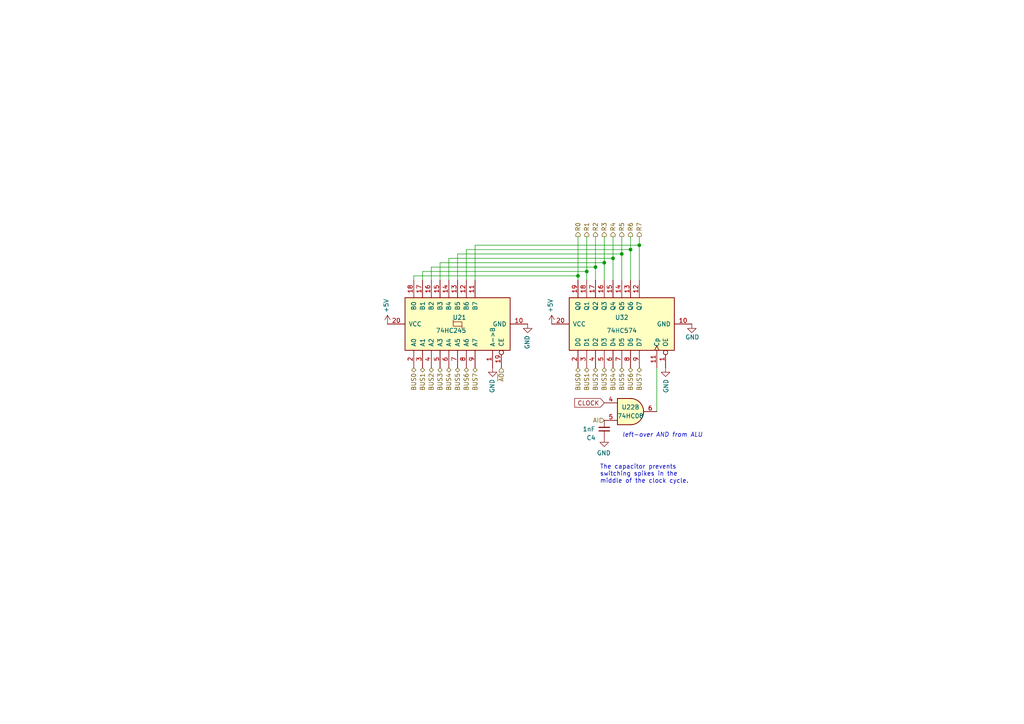
<source format=kicad_sch>
(kicad_sch (version 20211123) (generator eeschema)

  (uuid f8529c76-1044-4634-9957-c14ed2657ad1)

  (paper "A4")

  (title_block
    (title "A Register")
    (date "2022-07-08")
    (rev "1.6.1")
    (comment 2 "creativecommons.org/licenses/by-nc-sa/3.0/deed.en")
    (comment 3 "License: CC BY-NC-SA 3.0")
    (comment 4 "Author: Carsten Herting (slu4)")
  )

  (lib_symbols
    (symbol "74xx:74HC245" (pin_names (offset 1.016)) (in_bom yes) (on_board yes)
      (property "Reference" "U" (id 0) (at -7.62 16.51 0)
        (effects (font (size 1.27 1.27)))
      )
      (property "Value" "74HC245" (id 1) (at -7.62 -16.51 0)
        (effects (font (size 1.27 1.27)))
      )
      (property "Footprint" "" (id 2) (at 0 0 0)
        (effects (font (size 1.27 1.27)) hide)
      )
      (property "Datasheet" "http://www.ti.com/lit/gpn/sn74HC245" (id 3) (at 0 0 0)
        (effects (font (size 1.27 1.27)) hide)
      )
      (property "ki_locked" "" (id 4) (at 0 0 0)
        (effects (font (size 1.27 1.27)))
      )
      (property "ki_keywords" "HCMOS BUS 3State" (id 5) (at 0 0 0)
        (effects (font (size 1.27 1.27)) hide)
      )
      (property "ki_description" "Octal BUS Transceivers, 3-State outputs" (id 6) (at 0 0 0)
        (effects (font (size 1.27 1.27)) hide)
      )
      (property "ki_fp_filters" "DIP?20*" (id 7) (at 0 0 0)
        (effects (font (size 1.27 1.27)) hide)
      )
      (symbol "74HC245_1_0"
        (polyline
          (pts
            (xy -0.635 -1.27)
            (xy -0.635 1.27)
            (xy 0.635 1.27)
          )
          (stroke (width 0) (type default) (color 0 0 0 0))
          (fill (type none))
        )
        (polyline
          (pts
            (xy -1.27 -1.27)
            (xy 0.635 -1.27)
            (xy 0.635 1.27)
            (xy 1.27 1.27)
          )
          (stroke (width 0) (type default) (color 0 0 0 0))
          (fill (type none))
        )
        (pin input line (at -12.7 -10.16 0) (length 5.08)
          (name "A->B" (effects (font (size 1.27 1.27))))
          (number "1" (effects (font (size 1.27 1.27))))
        )
        (pin power_in line (at 0 -20.32 90) (length 5.08)
          (name "GND" (effects (font (size 1.27 1.27))))
          (number "10" (effects (font (size 1.27 1.27))))
        )
        (pin tri_state line (at 12.7 -5.08 180) (length 5.08)
          (name "B7" (effects (font (size 1.27 1.27))))
          (number "11" (effects (font (size 1.27 1.27))))
        )
        (pin tri_state line (at 12.7 -2.54 180) (length 5.08)
          (name "B6" (effects (font (size 1.27 1.27))))
          (number "12" (effects (font (size 1.27 1.27))))
        )
        (pin tri_state line (at 12.7 0 180) (length 5.08)
          (name "B5" (effects (font (size 1.27 1.27))))
          (number "13" (effects (font (size 1.27 1.27))))
        )
        (pin tri_state line (at 12.7 2.54 180) (length 5.08)
          (name "B4" (effects (font (size 1.27 1.27))))
          (number "14" (effects (font (size 1.27 1.27))))
        )
        (pin tri_state line (at 12.7 5.08 180) (length 5.08)
          (name "B3" (effects (font (size 1.27 1.27))))
          (number "15" (effects (font (size 1.27 1.27))))
        )
        (pin tri_state line (at 12.7 7.62 180) (length 5.08)
          (name "B2" (effects (font (size 1.27 1.27))))
          (number "16" (effects (font (size 1.27 1.27))))
        )
        (pin tri_state line (at 12.7 10.16 180) (length 5.08)
          (name "B1" (effects (font (size 1.27 1.27))))
          (number "17" (effects (font (size 1.27 1.27))))
        )
        (pin tri_state line (at 12.7 12.7 180) (length 5.08)
          (name "B0" (effects (font (size 1.27 1.27))))
          (number "18" (effects (font (size 1.27 1.27))))
        )
        (pin input inverted (at -12.7 -12.7 0) (length 5.08)
          (name "CE" (effects (font (size 1.27 1.27))))
          (number "19" (effects (font (size 1.27 1.27))))
        )
        (pin tri_state line (at -12.7 12.7 0) (length 5.08)
          (name "A0" (effects (font (size 1.27 1.27))))
          (number "2" (effects (font (size 1.27 1.27))))
        )
        (pin power_in line (at 0 20.32 270) (length 5.08)
          (name "VCC" (effects (font (size 1.27 1.27))))
          (number "20" (effects (font (size 1.27 1.27))))
        )
        (pin tri_state line (at -12.7 10.16 0) (length 5.08)
          (name "A1" (effects (font (size 1.27 1.27))))
          (number "3" (effects (font (size 1.27 1.27))))
        )
        (pin tri_state line (at -12.7 7.62 0) (length 5.08)
          (name "A2" (effects (font (size 1.27 1.27))))
          (number "4" (effects (font (size 1.27 1.27))))
        )
        (pin tri_state line (at -12.7 5.08 0) (length 5.08)
          (name "A3" (effects (font (size 1.27 1.27))))
          (number "5" (effects (font (size 1.27 1.27))))
        )
        (pin tri_state line (at -12.7 2.54 0) (length 5.08)
          (name "A4" (effects (font (size 1.27 1.27))))
          (number "6" (effects (font (size 1.27 1.27))))
        )
        (pin tri_state line (at -12.7 0 0) (length 5.08)
          (name "A5" (effects (font (size 1.27 1.27))))
          (number "7" (effects (font (size 1.27 1.27))))
        )
        (pin tri_state line (at -12.7 -2.54 0) (length 5.08)
          (name "A6" (effects (font (size 1.27 1.27))))
          (number "8" (effects (font (size 1.27 1.27))))
        )
        (pin tri_state line (at -12.7 -5.08 0) (length 5.08)
          (name "A7" (effects (font (size 1.27 1.27))))
          (number "9" (effects (font (size 1.27 1.27))))
        )
      )
      (symbol "74HC245_1_1"
        (rectangle (start -7.62 15.24) (end 7.62 -15.24)
          (stroke (width 0.254) (type default) (color 0 0 0 0))
          (fill (type background))
        )
      )
    )
    (symbol "8-Bit CPU 32k:74HC08" (pin_names (offset 1.016)) (in_bom yes) (on_board yes)
      (property "Reference" "U" (id 0) (at 0 1.27 0)
        (effects (font (size 1.27 1.27)))
      )
      (property "Value" "74HC08" (id 1) (at 0 -1.27 0)
        (effects (font (size 1.27 1.27)))
      )
      (property "Footprint" "" (id 2) (at 0 0 0)
        (effects (font (size 1.27 1.27)) hide)
      )
      (property "Datasheet" "http://www.ti.com/lit/gpn/sn74LS08" (id 3) (at 0 0 0)
        (effects (font (size 1.27 1.27)) hide)
      )
      (property "ki_locked" "" (id 4) (at 0 0 0)
        (effects (font (size 1.27 1.27)))
      )
      (property "ki_keywords" "TTL and2" (id 5) (at 0 0 0)
        (effects (font (size 1.27 1.27)) hide)
      )
      (property "ki_description" "Quad And2" (id 6) (at 0 0 0)
        (effects (font (size 1.27 1.27)) hide)
      )
      (property "ki_fp_filters" "DIP*W7.62mm*" (id 7) (at 0 0 0)
        (effects (font (size 1.27 1.27)) hide)
      )
      (symbol "74HC08_1_1"
        (arc (start 0 -3.81) (mid 3.81 0) (end 0 3.81)
          (stroke (width 0.254) (type default) (color 0 0 0 0))
          (fill (type background))
        )
        (polyline
          (pts
            (xy 0 3.81)
            (xy -3.81 3.81)
            (xy -3.81 -3.81)
            (xy 0 -3.81)
          )
          (stroke (width 0.254) (type default) (color 0 0 0 0))
          (fill (type background))
        )
        (pin input line (at -7.62 2.54 0) (length 3.81)
          (name "~" (effects (font (size 1.27 1.27))))
          (number "1" (effects (font (size 1.27 1.27))))
        )
        (pin input line (at -7.62 -2.54 0) (length 3.81)
          (name "~" (effects (font (size 1.27 1.27))))
          (number "2" (effects (font (size 1.27 1.27))))
        )
        (pin output line (at 7.62 0 180) (length 3.81)
          (name "~" (effects (font (size 1.27 1.27))))
          (number "3" (effects (font (size 1.27 1.27))))
        )
      )
      (symbol "74HC08_1_2"
        (arc (start -3.81 -3.81) (mid -2.589 0) (end -3.81 3.81)
          (stroke (width 0.254) (type default) (color 0 0 0 0))
          (fill (type none))
        )
        (arc (start -0.6096 -3.81) (mid 2.1842 -2.5851) (end 3.81 0)
          (stroke (width 0.254) (type default) (color 0 0 0 0))
          (fill (type background))
        )
        (polyline
          (pts
            (xy -3.81 -3.81)
            (xy -0.635 -3.81)
          )
          (stroke (width 0.254) (type default) (color 0 0 0 0))
          (fill (type background))
        )
        (polyline
          (pts
            (xy -3.81 3.81)
            (xy -0.635 3.81)
          )
          (stroke (width 0.254) (type default) (color 0 0 0 0))
          (fill (type background))
        )
        (polyline
          (pts
            (xy -0.635 3.81)
            (xy -3.81 3.81)
            (xy -3.81 3.81)
            (xy -3.556 3.4036)
            (xy -3.0226 2.2606)
            (xy -2.6924 1.0414)
            (xy -2.6162 -0.254)
            (xy -2.7686 -1.4986)
            (xy -3.175 -2.7178)
            (xy -3.81 -3.81)
            (xy -3.81 -3.81)
            (xy -0.635 -3.81)
          )
          (stroke (width -25.4) (type default) (color 0 0 0 0))
          (fill (type background))
        )
        (arc (start 3.81 0) (mid 2.1915 2.5936) (end -0.6096 3.81)
          (stroke (width 0.254) (type default) (color 0 0 0 0))
          (fill (type background))
        )
        (pin input inverted (at -7.62 2.54 0) (length 4.318)
          (name "~" (effects (font (size 1.27 1.27))))
          (number "1" (effects (font (size 1.27 1.27))))
        )
        (pin input inverted (at -7.62 -2.54 0) (length 4.318)
          (name "~" (effects (font (size 1.27 1.27))))
          (number "2" (effects (font (size 1.27 1.27))))
        )
        (pin output inverted (at 7.62 0 180) (length 3.81)
          (name "~" (effects (font (size 1.27 1.27))))
          (number "3" (effects (font (size 1.27 1.27))))
        )
      )
      (symbol "74HC08_2_1"
        (arc (start 0 -3.81) (mid 3.81 0) (end 0 3.81)
          (stroke (width 0.254) (type default) (color 0 0 0 0))
          (fill (type background))
        )
        (polyline
          (pts
            (xy 0 3.81)
            (xy -3.81 3.81)
            (xy -3.81 -3.81)
            (xy 0 -3.81)
          )
          (stroke (width 0.254) (type default) (color 0 0 0 0))
          (fill (type background))
        )
        (pin input line (at -7.62 2.54 0) (length 3.81)
          (name "~" (effects (font (size 1.27 1.27))))
          (number "4" (effects (font (size 1.27 1.27))))
        )
        (pin input line (at -7.62 -2.54 0) (length 3.81)
          (name "~" (effects (font (size 1.27 1.27))))
          (number "5" (effects (font (size 1.27 1.27))))
        )
        (pin output line (at 7.62 0 180) (length 3.81)
          (name "~" (effects (font (size 1.27 1.27))))
          (number "6" (effects (font (size 1.27 1.27))))
        )
      )
      (symbol "74HC08_2_2"
        (arc (start -3.81 -3.81) (mid -2.589 0) (end -3.81 3.81)
          (stroke (width 0.254) (type default) (color 0 0 0 0))
          (fill (type none))
        )
        (arc (start -0.6096 -3.81) (mid 2.1842 -2.5851) (end 3.81 0)
          (stroke (width 0.254) (type default) (color 0 0 0 0))
          (fill (type background))
        )
        (polyline
          (pts
            (xy -3.81 -3.81)
            (xy -0.635 -3.81)
          )
          (stroke (width 0.254) (type default) (color 0 0 0 0))
          (fill (type background))
        )
        (polyline
          (pts
            (xy -3.81 3.81)
            (xy -0.635 3.81)
          )
          (stroke (width 0.254) (type default) (color 0 0 0 0))
          (fill (type background))
        )
        (polyline
          (pts
            (xy -0.635 3.81)
            (xy -3.81 3.81)
            (xy -3.81 3.81)
            (xy -3.556 3.4036)
            (xy -3.0226 2.2606)
            (xy -2.6924 1.0414)
            (xy -2.6162 -0.254)
            (xy -2.7686 -1.4986)
            (xy -3.175 -2.7178)
            (xy -3.81 -3.81)
            (xy -3.81 -3.81)
            (xy -0.635 -3.81)
          )
          (stroke (width -25.4) (type default) (color 0 0 0 0))
          (fill (type background))
        )
        (arc (start 3.81 0) (mid 2.1915 2.5936) (end -0.6096 3.81)
          (stroke (width 0.254) (type default) (color 0 0 0 0))
          (fill (type background))
        )
        (pin input inverted (at -7.62 2.54 0) (length 4.318)
          (name "~" (effects (font (size 1.27 1.27))))
          (number "4" (effects (font (size 1.27 1.27))))
        )
        (pin input inverted (at -7.62 -2.54 0) (length 4.318)
          (name "~" (effects (font (size 1.27 1.27))))
          (number "5" (effects (font (size 1.27 1.27))))
        )
        (pin output inverted (at 7.62 0 180) (length 3.81)
          (name "~" (effects (font (size 1.27 1.27))))
          (number "6" (effects (font (size 1.27 1.27))))
        )
      )
      (symbol "74HC08_3_1"
        (arc (start 0 -3.81) (mid 3.81 0) (end 0 3.81)
          (stroke (width 0.254) (type default) (color 0 0 0 0))
          (fill (type background))
        )
        (polyline
          (pts
            (xy 0 3.81)
            (xy -3.81 3.81)
            (xy -3.81 -3.81)
            (xy 0 -3.81)
          )
          (stroke (width 0.254) (type default) (color 0 0 0 0))
          (fill (type background))
        )
        (pin input line (at -7.62 -2.54 0) (length 3.81)
          (name "~" (effects (font (size 1.27 1.27))))
          (number "10" (effects (font (size 1.27 1.27))))
        )
        (pin output line (at 7.62 0 180) (length 3.81)
          (name "~" (effects (font (size 1.27 1.27))))
          (number "8" (effects (font (size 1.27 1.27))))
        )
        (pin input line (at -7.62 2.54 0) (length 3.81)
          (name "~" (effects (font (size 1.27 1.27))))
          (number "9" (effects (font (size 1.27 1.27))))
        )
      )
      (symbol "74HC08_3_2"
        (arc (start -3.81 -3.81) (mid -2.589 0) (end -3.81 3.81)
          (stroke (width 0.254) (type default) (color 0 0 0 0))
          (fill (type none))
        )
        (arc (start -0.6096 -3.81) (mid 2.1842 -2.5851) (end 3.81 0)
          (stroke (width 0.254) (type default) (color 0 0 0 0))
          (fill (type background))
        )
        (polyline
          (pts
            (xy -3.81 -3.81)
            (xy -0.635 -3.81)
          )
          (stroke (width 0.254) (type default) (color 0 0 0 0))
          (fill (type background))
        )
        (polyline
          (pts
            (xy -3.81 3.81)
            (xy -0.635 3.81)
          )
          (stroke (width 0.254) (type default) (color 0 0 0 0))
          (fill (type background))
        )
        (polyline
          (pts
            (xy -0.635 3.81)
            (xy -3.81 3.81)
            (xy -3.81 3.81)
            (xy -3.556 3.4036)
            (xy -3.0226 2.2606)
            (xy -2.6924 1.0414)
            (xy -2.6162 -0.254)
            (xy -2.7686 -1.4986)
            (xy -3.175 -2.7178)
            (xy -3.81 -3.81)
            (xy -3.81 -3.81)
            (xy -0.635 -3.81)
          )
          (stroke (width -25.4) (type default) (color 0 0 0 0))
          (fill (type background))
        )
        (arc (start 3.81 0) (mid 2.1915 2.5936) (end -0.6096 3.81)
          (stroke (width 0.254) (type default) (color 0 0 0 0))
          (fill (type background))
        )
        (pin input inverted (at -7.62 -2.54 0) (length 4.318)
          (name "~" (effects (font (size 1.27 1.27))))
          (number "10" (effects (font (size 1.27 1.27))))
        )
        (pin output inverted (at 7.62 0 180) (length 3.81)
          (name "~" (effects (font (size 1.27 1.27))))
          (number "8" (effects (font (size 1.27 1.27))))
        )
        (pin input inverted (at -7.62 2.54 0) (length 4.318)
          (name "~" (effects (font (size 1.27 1.27))))
          (number "9" (effects (font (size 1.27 1.27))))
        )
      )
      (symbol "74HC08_4_1"
        (arc (start 0 -3.81) (mid 3.81 0) (end 0 3.81)
          (stroke (width 0.254) (type default) (color 0 0 0 0))
          (fill (type background))
        )
        (polyline
          (pts
            (xy 0 3.81)
            (xy -3.81 3.81)
            (xy -3.81 -3.81)
            (xy 0 -3.81)
          )
          (stroke (width 0.254) (type default) (color 0 0 0 0))
          (fill (type background))
        )
        (pin output line (at 7.62 0 180) (length 3.81)
          (name "~" (effects (font (size 1.27 1.27))))
          (number "11" (effects (font (size 1.27 1.27))))
        )
        (pin input line (at -7.62 2.54 0) (length 3.81)
          (name "~" (effects (font (size 1.27 1.27))))
          (number "12" (effects (font (size 1.27 1.27))))
        )
        (pin input line (at -7.62 -2.54 0) (length 3.81)
          (name "~" (effects (font (size 1.27 1.27))))
          (number "13" (effects (font (size 1.27 1.27))))
        )
      )
      (symbol "74HC08_4_2"
        (arc (start -3.81 -3.81) (mid -2.589 0) (end -3.81 3.81)
          (stroke (width 0.254) (type default) (color 0 0 0 0))
          (fill (type none))
        )
        (arc (start -0.6096 -3.81) (mid 2.1842 -2.5851) (end 3.81 0)
          (stroke (width 0.254) (type default) (color 0 0 0 0))
          (fill (type background))
        )
        (polyline
          (pts
            (xy -3.81 -3.81)
            (xy -0.635 -3.81)
          )
          (stroke (width 0.254) (type default) (color 0 0 0 0))
          (fill (type background))
        )
        (polyline
          (pts
            (xy -3.81 3.81)
            (xy -0.635 3.81)
          )
          (stroke (width 0.254) (type default) (color 0 0 0 0))
          (fill (type background))
        )
        (polyline
          (pts
            (xy -0.635 3.81)
            (xy -3.81 3.81)
            (xy -3.81 3.81)
            (xy -3.556 3.4036)
            (xy -3.0226 2.2606)
            (xy -2.6924 1.0414)
            (xy -2.6162 -0.254)
            (xy -2.7686 -1.4986)
            (xy -3.175 -2.7178)
            (xy -3.81 -3.81)
            (xy -3.81 -3.81)
            (xy -0.635 -3.81)
          )
          (stroke (width -25.4) (type default) (color 0 0 0 0))
          (fill (type background))
        )
        (arc (start 3.81 0) (mid 2.1915 2.5936) (end -0.6096 3.81)
          (stroke (width 0.254) (type default) (color 0 0 0 0))
          (fill (type background))
        )
        (pin output inverted (at 7.62 0 180) (length 3.81)
          (name "~" (effects (font (size 1.27 1.27))))
          (number "11" (effects (font (size 1.27 1.27))))
        )
        (pin input inverted (at -7.62 2.54 0) (length 4.318)
          (name "~" (effects (font (size 1.27 1.27))))
          (number "12" (effects (font (size 1.27 1.27))))
        )
        (pin input inverted (at -7.62 -2.54 0) (length 4.318)
          (name "~" (effects (font (size 1.27 1.27))))
          (number "13" (effects (font (size 1.27 1.27))))
        )
      )
      (symbol "74HC08_5_0"
        (pin power_in line (at 0 12.7 270) (length 5.08)
          (name "VCC" (effects (font (size 1.27 1.27))))
          (number "14" (effects (font (size 1.27 1.27))))
        )
        (pin power_in line (at 0 -12.7 90) (length 5.08)
          (name "GND" (effects (font (size 1.27 1.27))))
          (number "7" (effects (font (size 1.27 1.27))))
        )
      )
      (symbol "74HC08_5_1"
        (rectangle (start -5.08 7.62) (end 5.08 -7.62)
          (stroke (width 0.254) (type default) (color 0 0 0 0))
          (fill (type background))
        )
      )
    )
    (symbol "8-Bit CPU 32k:74HC574" (pin_names (offset 1.016)) (in_bom yes) (on_board yes)
      (property "Reference" "U" (id 0) (at -7.62 16.51 0)
        (effects (font (size 1.27 1.27)))
      )
      (property "Value" "74HC574" (id 1) (at -7.62 -16.51 0)
        (effects (font (size 1.27 1.27)))
      )
      (property "Footprint" "" (id 2) (at 0 0 0)
        (effects (font (size 1.27 1.27)) hide)
      )
      (property "Datasheet" "http://www.ti.com/lit/gpn/sn74LS574" (id 3) (at 0 0 0)
        (effects (font (size 1.27 1.27)) hide)
      )
      (property "ki_locked" "" (id 4) (at 0 0 0)
        (effects (font (size 1.27 1.27)))
      )
      (property "ki_keywords" "TTL REG DFF DFF8 3State" (id 5) (at 0 0 0)
        (effects (font (size 1.27 1.27)) hide)
      )
      (property "ki_description" "8-bit Register, 3-state outputs" (id 6) (at 0 0 0)
        (effects (font (size 1.27 1.27)) hide)
      )
      (property "ki_fp_filters" "DIP?20*" (id 7) (at 0 0 0)
        (effects (font (size 1.27 1.27)) hide)
      )
      (symbol "74HC574_1_0"
        (pin input inverted (at -12.7 -12.7 0) (length 5.08)
          (name "OE" (effects (font (size 1.27 1.27))))
          (number "1" (effects (font (size 1.27 1.27))))
        )
        (pin power_in line (at 0 -20.32 90) (length 5.08)
          (name "GND" (effects (font (size 1.27 1.27))))
          (number "10" (effects (font (size 1.27 1.27))))
        )
        (pin input clock (at -12.7 -10.16 0) (length 5.08)
          (name "Cp" (effects (font (size 1.27 1.27))))
          (number "11" (effects (font (size 1.27 1.27))))
        )
        (pin tri_state line (at 12.7 -5.08 180) (length 5.08)
          (name "Q7" (effects (font (size 1.27 1.27))))
          (number "12" (effects (font (size 1.27 1.27))))
        )
        (pin tri_state line (at 12.7 -2.54 180) (length 5.08)
          (name "Q6" (effects (font (size 1.27 1.27))))
          (number "13" (effects (font (size 1.27 1.27))))
        )
        (pin tri_state line (at 12.7 0 180) (length 5.08)
          (name "Q5" (effects (font (size 1.27 1.27))))
          (number "14" (effects (font (size 1.27 1.27))))
        )
        (pin tri_state line (at 12.7 2.54 180) (length 5.08)
          (name "Q4" (effects (font (size 1.27 1.27))))
          (number "15" (effects (font (size 1.27 1.27))))
        )
        (pin tri_state line (at 12.7 5.08 180) (length 5.08)
          (name "Q3" (effects (font (size 1.27 1.27))))
          (number "16" (effects (font (size 1.27 1.27))))
        )
        (pin tri_state line (at 12.7 7.62 180) (length 5.08)
          (name "Q2" (effects (font (size 1.27 1.27))))
          (number "17" (effects (font (size 1.27 1.27))))
        )
        (pin tri_state line (at 12.7 10.16 180) (length 5.08)
          (name "Q1" (effects (font (size 1.27 1.27))))
          (number "18" (effects (font (size 1.27 1.27))))
        )
        (pin tri_state line (at 12.7 12.7 180) (length 5.08)
          (name "Q0" (effects (font (size 1.27 1.27))))
          (number "19" (effects (font (size 1.27 1.27))))
        )
        (pin input line (at -12.7 12.7 0) (length 5.08)
          (name "D0" (effects (font (size 1.27 1.27))))
          (number "2" (effects (font (size 1.27 1.27))))
        )
        (pin power_in line (at 0 20.32 270) (length 5.08)
          (name "VCC" (effects (font (size 1.27 1.27))))
          (number "20" (effects (font (size 1.27 1.27))))
        )
        (pin input line (at -12.7 10.16 0) (length 5.08)
          (name "D1" (effects (font (size 1.27 1.27))))
          (number "3" (effects (font (size 1.27 1.27))))
        )
        (pin input line (at -12.7 7.62 0) (length 5.08)
          (name "D2" (effects (font (size 1.27 1.27))))
          (number "4" (effects (font (size 1.27 1.27))))
        )
        (pin input line (at -12.7 5.08 0) (length 5.08)
          (name "D3" (effects (font (size 1.27 1.27))))
          (number "5" (effects (font (size 1.27 1.27))))
        )
        (pin input line (at -12.7 2.54 0) (length 5.08)
          (name "D4" (effects (font (size 1.27 1.27))))
          (number "6" (effects (font (size 1.27 1.27))))
        )
        (pin input line (at -12.7 0 0) (length 5.08)
          (name "D5" (effects (font (size 1.27 1.27))))
          (number "7" (effects (font (size 1.27 1.27))))
        )
        (pin input line (at -12.7 -2.54 0) (length 5.08)
          (name "D6" (effects (font (size 1.27 1.27))))
          (number "8" (effects (font (size 1.27 1.27))))
        )
        (pin input line (at -12.7 -5.08 0) (length 5.08)
          (name "D7" (effects (font (size 1.27 1.27))))
          (number "9" (effects (font (size 1.27 1.27))))
        )
      )
      (symbol "74HC574_1_1"
        (rectangle (start -7.62 15.24) (end 7.62 -15.24)
          (stroke (width 0.254) (type default) (color 0 0 0 0))
          (fill (type background))
        )
      )
    )
    (symbol "Device:C_Small" (pin_numbers hide) (pin_names (offset 0.254) hide) (in_bom yes) (on_board yes)
      (property "Reference" "C" (id 0) (at 0.254 1.778 0)
        (effects (font (size 1.27 1.27)) (justify left))
      )
      (property "Value" "C_Small" (id 1) (at 0.254 -2.032 0)
        (effects (font (size 1.27 1.27)) (justify left))
      )
      (property "Footprint" "" (id 2) (at 0 0 0)
        (effects (font (size 1.27 1.27)) hide)
      )
      (property "Datasheet" "~" (id 3) (at 0 0 0)
        (effects (font (size 1.27 1.27)) hide)
      )
      (property "ki_keywords" "capacitor cap" (id 4) (at 0 0 0)
        (effects (font (size 1.27 1.27)) hide)
      )
      (property "ki_description" "Unpolarized capacitor, small symbol" (id 5) (at 0 0 0)
        (effects (font (size 1.27 1.27)) hide)
      )
      (property "ki_fp_filters" "C_*" (id 6) (at 0 0 0)
        (effects (font (size 1.27 1.27)) hide)
      )
      (symbol "C_Small_0_1"
        (polyline
          (pts
            (xy -1.524 -0.508)
            (xy 1.524 -0.508)
          )
          (stroke (width 0.3302) (type default) (color 0 0 0 0))
          (fill (type none))
        )
        (polyline
          (pts
            (xy -1.524 0.508)
            (xy 1.524 0.508)
          )
          (stroke (width 0.3048) (type default) (color 0 0 0 0))
          (fill (type none))
        )
      )
      (symbol "C_Small_1_1"
        (pin passive line (at 0 2.54 270) (length 2.032)
          (name "~" (effects (font (size 1.27 1.27))))
          (number "1" (effects (font (size 1.27 1.27))))
        )
        (pin passive line (at 0 -2.54 90) (length 2.032)
          (name "~" (effects (font (size 1.27 1.27))))
          (number "2" (effects (font (size 1.27 1.27))))
        )
      )
    )
    (symbol "power:+5V" (power) (pin_names (offset 0)) (in_bom yes) (on_board yes)
      (property "Reference" "#PWR" (id 0) (at 0 -3.81 0)
        (effects (font (size 1.27 1.27)) hide)
      )
      (property "Value" "+5V" (id 1) (at 0 3.556 0)
        (effects (font (size 1.27 1.27)))
      )
      (property "Footprint" "" (id 2) (at 0 0 0)
        (effects (font (size 1.27 1.27)) hide)
      )
      (property "Datasheet" "" (id 3) (at 0 0 0)
        (effects (font (size 1.27 1.27)) hide)
      )
      (property "ki_keywords" "power-flag" (id 4) (at 0 0 0)
        (effects (font (size 1.27 1.27)) hide)
      )
      (property "ki_description" "Power symbol creates a global label with name \"+5V\"" (id 5) (at 0 0 0)
        (effects (font (size 1.27 1.27)) hide)
      )
      (symbol "+5V_0_1"
        (polyline
          (pts
            (xy -0.762 1.27)
            (xy 0 2.54)
          )
          (stroke (width 0) (type default) (color 0 0 0 0))
          (fill (type none))
        )
        (polyline
          (pts
            (xy 0 0)
            (xy 0 2.54)
          )
          (stroke (width 0) (type default) (color 0 0 0 0))
          (fill (type none))
        )
        (polyline
          (pts
            (xy 0 2.54)
            (xy 0.762 1.27)
          )
          (stroke (width 0) (type default) (color 0 0 0 0))
          (fill (type none))
        )
      )
      (symbol "+5V_1_1"
        (pin power_in line (at 0 0 90) (length 0) hide
          (name "+5V" (effects (font (size 1.27 1.27))))
          (number "1" (effects (font (size 1.27 1.27))))
        )
      )
    )
    (symbol "power:GND" (power) (pin_names (offset 0)) (in_bom yes) (on_board yes)
      (property "Reference" "#PWR" (id 0) (at 0 -6.35 0)
        (effects (font (size 1.27 1.27)) hide)
      )
      (property "Value" "GND" (id 1) (at 0 -3.81 0)
        (effects (font (size 1.27 1.27)))
      )
      (property "Footprint" "" (id 2) (at 0 0 0)
        (effects (font (size 1.27 1.27)) hide)
      )
      (property "Datasheet" "" (id 3) (at 0 0 0)
        (effects (font (size 1.27 1.27)) hide)
      )
      (property "ki_keywords" "power-flag" (id 4) (at 0 0 0)
        (effects (font (size 1.27 1.27)) hide)
      )
      (property "ki_description" "Power symbol creates a global label with name \"GND\" , ground" (id 5) (at 0 0 0)
        (effects (font (size 1.27 1.27)) hide)
      )
      (symbol "GND_0_1"
        (polyline
          (pts
            (xy 0 0)
            (xy 0 -1.27)
            (xy 1.27 -1.27)
            (xy 0 -2.54)
            (xy -1.27 -1.27)
            (xy 0 -1.27)
          )
          (stroke (width 0) (type default) (color 0 0 0 0))
          (fill (type none))
        )
      )
      (symbol "GND_1_1"
        (pin power_in line (at 0 0 270) (length 0) hide
          (name "GND" (effects (font (size 1.27 1.27))))
          (number "1" (effects (font (size 1.27 1.27))))
        )
      )
    )
  )

  (junction (at 172.72 77.47) (diameter 0) (color 0 0 0 0)
    (uuid 08325074-09da-40cf-ad33-6f7a23d14dcf)
  )
  (junction (at 185.42 71.12) (diameter 0) (color 0 0 0 0)
    (uuid 0ce7ebaa-c8ac-42e0-9faa-616c0b4b06fd)
  )
  (junction (at 170.18 78.74) (diameter 0) (color 0 0 0 0)
    (uuid 129238a8-530f-432f-b422-4cdb2f1d550e)
  )
  (junction (at 180.34 73.66) (diameter 0) (color 0 0 0 0)
    (uuid 3b94a136-3608-4259-9e20-2808d87e799b)
  )
  (junction (at 182.88 72.39) (diameter 0) (color 0 0 0 0)
    (uuid 46250fc7-9876-4eb3-9352-794dcc8dc14a)
  )
  (junction (at 167.64 80.01) (diameter 0) (color 0 0 0 0)
    (uuid 4e59caf5-61b1-4e6a-8e4c-178ce53062ca)
  )
  (junction (at 177.8 74.93) (diameter 0) (color 0 0 0 0)
    (uuid 9ea1205d-4853-4709-913f-6c59860cad2e)
  )
  (junction (at 175.26 76.2) (diameter 0) (color 0 0 0 0)
    (uuid cb23a984-fa5c-4180-949e-6c2215342ac2)
  )

  (wire (pts (xy 170.18 78.74) (xy 170.18 81.28))
    (stroke (width 0) (type default) (color 0 0 0 0))
    (uuid 029c7e71-d74e-44c7-952e-229e8bbc7560)
  )
  (wire (pts (xy 137.795 71.12) (xy 185.42 71.12))
    (stroke (width 0) (type default) (color 0 0 0 0))
    (uuid 08aa4246-7a22-4324-8e96-b13a2d20361a)
  )
  (wire (pts (xy 185.42 71.12) (xy 185.42 81.28))
    (stroke (width 0) (type default) (color 0 0 0 0))
    (uuid 141d8d3e-83a8-4062-84db-cb6ac7fb9bf9)
  )
  (wire (pts (xy 130.175 74.93) (xy 130.175 81.28))
    (stroke (width 0) (type default) (color 0 0 0 0))
    (uuid 1713cdcc-198f-409b-aa60-044f9906c194)
  )
  (wire (pts (xy 175.26 76.2) (xy 127.635 76.2))
    (stroke (width 0) (type default) (color 0 0 0 0))
    (uuid 1d245daf-ac7f-4db4-949d-37b7a85ee51b)
  )
  (wire (pts (xy 177.8 68.58) (xy 177.8 74.93))
    (stroke (width 0) (type default) (color 0 0 0 0))
    (uuid 1fb88405-880c-4762-8169-1d0b63741dcc)
  )
  (wire (pts (xy 175.26 68.58) (xy 175.26 76.2))
    (stroke (width 0) (type default) (color 0 0 0 0))
    (uuid 2e7b60cb-d785-43cc-a644-48f11c6bf261)
  )
  (wire (pts (xy 167.64 81.28) (xy 167.64 80.01))
    (stroke (width 0) (type default) (color 0 0 0 0))
    (uuid 30eaf83a-3c35-4052-9f48-6f6d5dd4eb43)
  )
  (wire (pts (xy 167.64 68.58) (xy 167.64 80.01))
    (stroke (width 0) (type default) (color 0 0 0 0))
    (uuid 4021529c-db1c-4f9c-97f2-0204a621652c)
  )
  (wire (pts (xy 185.42 68.58) (xy 185.42 71.12))
    (stroke (width 0) (type default) (color 0 0 0 0))
    (uuid 42611bc9-e9e0-49b2-81c5-c587c9c61a7e)
  )
  (wire (pts (xy 127.635 76.2) (xy 127.635 81.28))
    (stroke (width 0) (type default) (color 0 0 0 0))
    (uuid 45ff570a-003d-4c66-a29a-7ace91002da5)
  )
  (wire (pts (xy 137.795 71.12) (xy 137.795 81.28))
    (stroke (width 0) (type default) (color 0 0 0 0))
    (uuid 4be2f87d-79ea-4770-9e8c-aae5c1079636)
  )
  (wire (pts (xy 182.88 81.28) (xy 182.88 72.39))
    (stroke (width 0) (type default) (color 0 0 0 0))
    (uuid 5f0a256a-cc15-4fe0-af87-83100549573e)
  )
  (wire (pts (xy 177.8 74.93) (xy 177.8 81.28))
    (stroke (width 0) (type default) (color 0 0 0 0))
    (uuid 6819426c-e1b2-4b7e-92ea-1c30e95349a2)
  )
  (wire (pts (xy 190.5 119.38) (xy 190.5 106.68))
    (stroke (width 0) (type default) (color 0 0 0 0))
    (uuid 68a3727e-789a-4870-a2b7-6dba76f23af9)
  )
  (wire (pts (xy 182.88 68.58) (xy 182.88 72.39))
    (stroke (width 0) (type default) (color 0 0 0 0))
    (uuid 71b1a861-5d67-40c3-a4bc-7120eac67d9a)
  )
  (wire (pts (xy 135.255 72.39) (xy 135.255 81.28))
    (stroke (width 0) (type default) (color 0 0 0 0))
    (uuid 71d82cbb-76f0-4ec4-94af-ed07973cf7a6)
  )
  (wire (pts (xy 132.715 73.66) (xy 132.715 81.28))
    (stroke (width 0) (type default) (color 0 0 0 0))
    (uuid 742186a1-50cb-456f-8ee3-65d0a9c3260c)
  )
  (wire (pts (xy 182.88 72.39) (xy 135.255 72.39))
    (stroke (width 0) (type default) (color 0 0 0 0))
    (uuid 75ece56e-b6f5-4d4f-b619-1ac1b41839c4)
  )
  (wire (pts (xy 122.555 78.74) (xy 122.555 81.28))
    (stroke (width 0) (type default) (color 0 0 0 0))
    (uuid 78c8bf26-e2f5-4086-827e-18ec5a29a85b)
  )
  (wire (pts (xy 180.34 73.66) (xy 180.34 81.28))
    (stroke (width 0) (type default) (color 0 0 0 0))
    (uuid 7b97accf-c464-4d43-9b44-5d92390a8c94)
  )
  (wire (pts (xy 180.34 68.58) (xy 180.34 73.66))
    (stroke (width 0) (type default) (color 0 0 0 0))
    (uuid 81822baa-746d-4ae1-885d-e237fe230001)
  )
  (wire (pts (xy 167.64 80.01) (xy 120.015 80.01))
    (stroke (width 0) (type default) (color 0 0 0 0))
    (uuid 82b84f94-269b-43bc-a130-12e11ab2898c)
  )
  (wire (pts (xy 125.095 77.47) (xy 125.095 81.28))
    (stroke (width 0) (type default) (color 0 0 0 0))
    (uuid 8e1ee52a-9cec-44e5-b6d1-428e1d99e995)
  )
  (wire (pts (xy 175.26 81.28) (xy 175.26 76.2))
    (stroke (width 0) (type default) (color 0 0 0 0))
    (uuid a29f96d3-5689-4979-8773-697ce7e7cbaa)
  )
  (wire (pts (xy 120.015 80.01) (xy 120.015 81.28))
    (stroke (width 0) (type default) (color 0 0 0 0))
    (uuid bb5713bb-2334-40bc-a313-ecc822055845)
  )
  (wire (pts (xy 130.175 74.93) (xy 177.8 74.93))
    (stroke (width 0) (type default) (color 0 0 0 0))
    (uuid c2bdf473-a0da-41be-98fb-45dc9a4fbf6e)
  )
  (wire (pts (xy 122.555 78.74) (xy 170.18 78.74))
    (stroke (width 0) (type default) (color 0 0 0 0))
    (uuid c89937d8-ed64-4173-ac52-a235f2ec43b4)
  )
  (wire (pts (xy 172.72 77.47) (xy 172.72 81.28))
    (stroke (width 0) (type default) (color 0 0 0 0))
    (uuid e5030caf-cb20-4173-a7b9-cdd06bd7b4a8)
  )
  (wire (pts (xy 172.72 68.58) (xy 172.72 77.47))
    (stroke (width 0) (type default) (color 0 0 0 0))
    (uuid e626b54a-c376-4349-83fa-e528e1978a75)
  )
  (wire (pts (xy 170.18 68.58) (xy 170.18 78.74))
    (stroke (width 0) (type default) (color 0 0 0 0))
    (uuid e9fa5b4a-398a-4690-9747-ed49a0a6f4d5)
  )
  (wire (pts (xy 125.095 77.47) (xy 172.72 77.47))
    (stroke (width 0) (type default) (color 0 0 0 0))
    (uuid f71bbc34-e139-4379-af9e-5e05c1674515)
  )
  (wire (pts (xy 132.715 73.66) (xy 180.34 73.66))
    (stroke (width 0) (type default) (color 0 0 0 0))
    (uuid f8ef787e-22e3-450d-b6f0-914d63cae223)
  )

  (text "The capacitor prevents\nswitching spikes in the\nmiddle of the clock cycle."
    (at 173.99 140.335 0)
    (effects (font (size 1.27 1.27)) (justify left bottom))
    (uuid 45b09a32-647c-499e-8117-3bd976ef7250)
  )
  (text "left-over AND from ALU" (at 203.835 127 180)
    (effects (font (size 1.27 1.27) italic) (justify right bottom))
    (uuid 645ac506-278c-459a-93ad-f26dda5c3905)
  )

  (global_label "CLOCK" (shape input) (at 175.26 116.84 180) (fields_autoplaced)
    (effects (font (size 1.27 1.27)) (justify right))
    (uuid 0ccd7f4f-aeae-4077-b905-b4a505a5ff92)
    (property "Intersheet References" "${INTERSHEET_REFS}" (id 0) (at 166.7672 116.7606 0)
      (effects (font (size 1.27 1.27)) (justify right) hide)
    )
  )

  (hierarchical_label "BUS5" (shape bidirectional) (at 132.715 106.68 270)
    (effects (font (size 1.27 1.27)) (justify right))
    (uuid 0ccbe3d6-0d9c-4d41-b372-1b4cd2344174)
  )
  (hierarchical_label "R3" (shape output) (at 175.26 68.58 90)
    (effects (font (size 1.27 1.27)) (justify left))
    (uuid 0cf483b5-bc2a-4aef-acc3-8acdaa0c1295)
  )
  (hierarchical_label "BUS1" (shape bidirectional) (at 170.18 106.68 270)
    (effects (font (size 1.27 1.27)) (justify right))
    (uuid 0dc66b41-fc11-44d0-8a0f-22e9676bc507)
  )
  (hierarchical_label "R6" (shape output) (at 182.88 68.58 90)
    (effects (font (size 1.27 1.27)) (justify left))
    (uuid 33799991-8734-457f-a02a-74f75bc9de09)
  )
  (hierarchical_label "BUS6" (shape bidirectional) (at 182.88 106.68 270)
    (effects (font (size 1.27 1.27)) (justify right))
    (uuid 3798a0fe-19c8-4fb3-a942-6301ce08776a)
  )
  (hierarchical_label "BUS7" (shape bidirectional) (at 185.42 106.68 270)
    (effects (font (size 1.27 1.27)) (justify right))
    (uuid 43b71c93-48ce-4b89-95f1-f38be0da704a)
  )
  (hierarchical_label "R7" (shape output) (at 185.42 68.58 90)
    (effects (font (size 1.27 1.27)) (justify left))
    (uuid 534f6d79-44dc-4e87-8ff8-18b3190140ba)
  )
  (hierarchical_label "BUS2" (shape bidirectional) (at 172.72 106.68 270)
    (effects (font (size 1.27 1.27)) (justify right))
    (uuid 58faa9bf-c4a0-408f-a2cc-86ae04e6205f)
  )
  (hierarchical_label "BUS6" (shape bidirectional) (at 135.255 106.68 270)
    (effects (font (size 1.27 1.27)) (justify right))
    (uuid 59daca37-cd14-425d-84f9-46710483ac92)
  )
  (hierarchical_label "BUS2" (shape bidirectional) (at 125.095 106.68 270)
    (effects (font (size 1.27 1.27)) (justify right))
    (uuid 5f10c8b5-2bcf-4672-957f-8086617b7f90)
  )
  (hierarchical_label "BUS0" (shape bidirectional) (at 167.64 106.68 270)
    (effects (font (size 1.27 1.27)) (justify right))
    (uuid 5faba336-8d98-42d1-9b46-94fd18e88d03)
  )
  (hierarchical_label "R4" (shape output) (at 177.8 68.58 90)
    (effects (font (size 1.27 1.27)) (justify left))
    (uuid 614fcac0-c929-4866-a09c-a169e3f7cdd8)
  )
  (hierarchical_label "BUS0" (shape bidirectional) (at 120.015 106.68 270)
    (effects (font (size 1.27 1.27)) (justify right))
    (uuid 62dc354b-d987-44e9-9056-9c54e2e9698f)
  )
  (hierarchical_label "R0" (shape output) (at 167.64 68.58 90)
    (effects (font (size 1.27 1.27)) (justify left))
    (uuid 642aeddf-151f-42c4-a249-7f3a1cf3f9f6)
  )
  (hierarchical_label "BUS7" (shape bidirectional) (at 137.795 106.68 270)
    (effects (font (size 1.27 1.27)) (justify right))
    (uuid 70f06340-8878-41a0-b5f2-97b4cda0b004)
  )
  (hierarchical_label "R5" (shape output) (at 180.34 68.58 90)
    (effects (font (size 1.27 1.27)) (justify left))
    (uuid 8a8d89e2-2ac5-4852-a8d8-6b6f0fe873f1)
  )
  (hierarchical_label "BUS4" (shape bidirectional) (at 130.175 106.68 270)
    (effects (font (size 1.27 1.27)) (justify right))
    (uuid 9eaa632f-607a-4996-84bf-52b9c7fc1244)
  )
  (hierarchical_label "BUS3" (shape bidirectional) (at 175.26 106.68 270)
    (effects (font (size 1.27 1.27)) (justify right))
    (uuid b5a48114-3789-4462-beca-cc71f3d66393)
  )
  (hierarchical_label "BUS4" (shape bidirectional) (at 177.8 106.68 270)
    (effects (font (size 1.27 1.27)) (justify right))
    (uuid b75dcb9b-ca6f-435b-926d-09fbdeae7e7a)
  )
  (hierarchical_label "BUS5" (shape bidirectional) (at 180.34 106.68 270)
    (effects (font (size 1.27 1.27)) (justify right))
    (uuid bd0a681d-4d59-41b6-aa97-5c13856ff2c8)
  )
  (hierarchical_label "BUS1" (shape bidirectional) (at 122.555 106.68 270)
    (effects (font (size 1.27 1.27)) (justify right))
    (uuid ca64db8d-f8ec-4fde-9c93-de373809128b)
  )
  (hierarchical_label "BUS3" (shape bidirectional) (at 127.635 106.68 270)
    (effects (font (size 1.27 1.27)) (justify right))
    (uuid d0cb20ce-cfc3-48d1-93bb-0fbcdbd78da4)
  )
  (hierarchical_label "AI" (shape input) (at 175.26 121.92 180)
    (effects (font (size 1.27 1.27)) (justify right))
    (uuid e01cc6a2-4724-41fe-beb5-070dcb2f5a04)
  )
  (hierarchical_label "~{AO}" (shape input) (at 145.415 106.68 270)
    (effects (font (size 1.27 1.27)) (justify right))
    (uuid f35f1ef9-03fb-4f3e-a57a-c50580c4236d)
  )
  (hierarchical_label "R1" (shape output) (at 170.18 68.58 90)
    (effects (font (size 1.27 1.27)) (justify left))
    (uuid f3ff17de-434c-4f6e-87cc-b42e6a244e9e)
  )
  (hierarchical_label "R2" (shape output) (at 172.72 68.58 90)
    (effects (font (size 1.27 1.27)) (justify left))
    (uuid fceb9c85-5498-47a4-84ce-0e87b7a3bba9)
  )

  (symbol (lib_id "74xx:74HC245") (at 132.715 93.98 90) (unit 1)
    (in_bom yes) (on_board yes)
    (uuid 00000000-0000-0000-0000-00005f1007bd)
    (property "Reference" "U21" (id 0) (at 135.255 92.075 90)
      (effects (font (size 1.27 1.27)) (justify left))
    )
    (property "Value" "74HC245" (id 1) (at 135.255 95.885 90)
      (effects (font (size 1.27 1.27)) (justify left))
    )
    (property "Footprint" "Package_DIP:DIP-20_W7.62mm" (id 2) (at 132.715 93.98 0)
      (effects (font (size 1.27 1.27)) hide)
    )
    (property "Datasheet" "http://www.ti.com/lit/gpn/sn74HC245" (id 3) (at 132.715 93.98 0)
      (effects (font (size 1.27 1.27)) hide)
    )
    (pin "1" (uuid 6c0fd635-cf5f-40cb-92ad-7eb94632df43))
    (pin "10" (uuid e3bd10e7-6c6e-4cd8-b628-cc8bcb1db314))
    (pin "11" (uuid 3d3455db-4fea-4b1c-b48c-89012867ddce))
    (pin "12" (uuid 53196bfa-0068-43fd-a33d-9d634bf2e832))
    (pin "13" (uuid 358f559e-78cf-4cf1-8870-d5a678bb9af9))
    (pin "14" (uuid c2cf22f4-21cd-40f6-870f-1cfb4586b85e))
    (pin "15" (uuid 39948d9b-0494-4000-b024-598bab7bc609))
    (pin "16" (uuid 3ffdd1fc-4c27-4e40-97dc-52e33a02e09c))
    (pin "17" (uuid 66adfa32-d402-4b0a-bfe0-04129f883ba7))
    (pin "18" (uuid fd065e61-8967-4716-b2ed-26be3e7ad071))
    (pin "19" (uuid 162ad341-d8ab-4bc6-a02b-dfaedbd797c4))
    (pin "2" (uuid c4144620-017f-42ae-b073-5b3316661349))
    (pin "20" (uuid 6ee8b041-0a6b-4c99-8503-7074a287c046))
    (pin "3" (uuid 7dc3004a-4b7c-4d16-ae0d-9e605a25f13d))
    (pin "4" (uuid 27e3993c-45d9-4c38-bd39-00728cd997d7))
    (pin "5" (uuid afe13008-e4df-419a-92c2-b6b04ec9e94f))
    (pin "6" (uuid 3a9dba3b-d61d-452b-918d-b7356730a1f5))
    (pin "7" (uuid 7c5eadcc-eeb5-4fd1-8ad7-d17043a70a30))
    (pin "8" (uuid cf44e2b9-7fc1-4a30-afcc-0476c4c58268))
    (pin "9" (uuid 15c27246-30c1-472a-a7a7-75f35adca119))
  )

  (symbol (lib_id "power:GND") (at 153.035 93.98 0) (mirror y) (unit 1)
    (in_bom yes) (on_board yes)
    (uuid 00000000-0000-0000-0000-00005f10adbc)
    (property "Reference" "#PWR0122" (id 0) (at 153.035 100.33 0)
      (effects (font (size 1.27 1.27)) hide)
    )
    (property "Value" "GND" (id 1) (at 152.908 97.2312 90)
      (effects (font (size 1.27 1.27)) (justify right))
    )
    (property "Footprint" "" (id 2) (at 153.035 93.98 0)
      (effects (font (size 1.27 1.27)) hide)
    )
    (property "Datasheet" "" (id 3) (at 153.035 93.98 0)
      (effects (font (size 1.27 1.27)) hide)
    )
    (pin "1" (uuid 7795d3b0-0a1c-4ae3-8fb8-7e4334d49040))
  )

  (symbol (lib_id "power:+5V") (at 112.395 93.98 0) (mirror y) (unit 1)
    (in_bom yes) (on_board yes)
    (uuid 00000000-0000-0000-0000-00005f10b22e)
    (property "Reference" "#PWR0126" (id 0) (at 112.395 97.79 0)
      (effects (font (size 1.27 1.27)) hide)
    )
    (property "Value" "+5V" (id 1) (at 112.014 90.7288 90)
      (effects (font (size 1.27 1.27)) (justify left))
    )
    (property "Footprint" "" (id 2) (at 112.395 93.98 0)
      (effects (font (size 1.27 1.27)) hide)
    )
    (property "Datasheet" "" (id 3) (at 112.395 93.98 0)
      (effects (font (size 1.27 1.27)) hide)
    )
    (pin "1" (uuid 276f9f08-fb0f-4f70-ab90-9808da652815))
  )

  (symbol (lib_id "power:GND") (at 175.26 127 0) (mirror y) (unit 1)
    (in_bom yes) (on_board yes)
    (uuid 2a6c8b4c-dd2b-4abe-a75b-d11e71fa9d8d)
    (property "Reference" "#PWR0157" (id 0) (at 175.26 133.35 0)
      (effects (font (size 1.27 1.27)) hide)
    )
    (property "Value" "GND" (id 1) (at 175.133 131.3942 0))
    (property "Footprint" "" (id 2) (at 175.26 127 0)
      (effects (font (size 1.27 1.27)) hide)
    )
    (property "Datasheet" "" (id 3) (at 175.26 127 0)
      (effects (font (size 1.27 1.27)) hide)
    )
    (pin "1" (uuid deaaed17-a817-41d0-b99c-247a50033799))
  )

  (symbol (lib_id "power:GND") (at 142.875 106.68 0) (mirror y) (unit 1)
    (in_bom yes) (on_board yes)
    (uuid 394de3c1-aff6-44c5-b94e-9452ccac25dd)
    (property "Reference" "#PWR0124" (id 0) (at 142.875 113.03 0)
      (effects (font (size 1.27 1.27)) hide)
    )
    (property "Value" "GND" (id 1) (at 142.748 109.9312 90)
      (effects (font (size 1.27 1.27)) (justify right))
    )
    (property "Footprint" "" (id 2) (at 142.875 106.68 0)
      (effects (font (size 1.27 1.27)) hide)
    )
    (property "Datasheet" "" (id 3) (at 142.875 106.68 0)
      (effects (font (size 1.27 1.27)) hide)
    )
    (pin "1" (uuid a788408b-dd70-4138-903a-1cb616e162d8))
  )

  (symbol (lib_id "Device:C_Small") (at 175.26 124.46 0) (mirror x) (unit 1)
    (in_bom yes) (on_board yes)
    (uuid 5b8197b6-b574-49d2-9e30-c00f8f79db67)
    (property "Reference" "C4" (id 0) (at 171.45 127 0))
    (property "Value" "1nF" (id 1) (at 170.815 124.46 0))
    (property "Footprint" "Capacitor_THT:C_Disc_D3.8mm_W2.6mm_P2.50mm" (id 2) (at 175.26 124.46 0)
      (effects (font (size 1.27 1.27)) hide)
    )
    (property "Datasheet" "~" (id 3) (at 175.26 124.46 0)
      (effects (font (size 1.27 1.27)) hide)
    )
    (pin "1" (uuid c0d47c6d-713e-4bbe-b401-ee0617f9f415))
    (pin "2" (uuid f89d3184-3019-4708-bfbb-5e1559e26b74))
  )

  (symbol (lib_id "8-Bit CPU 32k:74HC08") (at 182.88 119.38 0) (unit 2)
    (in_bom yes) (on_board yes)
    (uuid 6402ab36-fd17-41c0-b4ab-3882212e8941)
    (property "Reference" "U22" (id 0) (at 182.88 118.11 0))
    (property "Value" "74HC08" (id 1) (at 182.88 120.65 0))
    (property "Footprint" "Package_DIP:DIP-14_W7.62mm" (id 2) (at 182.88 119.38 0)
      (effects (font (size 1.27 1.27)) hide)
    )
    (property "Datasheet" "http://www.ti.com/lit/gpn/sn74LS08" (id 3) (at 182.88 119.38 0)
      (effects (font (size 1.27 1.27)) hide)
    )
    (pin "1" (uuid 3cb652fd-ca4a-4e8c-b593-6388b71f87e5))
    (pin "2" (uuid 8a1c83b6-09ec-4f81-bd7d-f25e04dc3b15))
    (pin "3" (uuid 345d0f46-c04e-4ac6-870c-a6b27187b613))
    (pin "4" (uuid f50a0ae2-0c08-4088-ad1c-482fc0afb984))
    (pin "5" (uuid e89463d6-70bb-42a3-aed3-97bd8fc89bfe))
    (pin "6" (uuid 7bfdbe22-6f61-4ce9-b229-906e3509d718))
    (pin "10" (uuid efc0bace-a414-44c6-9f5c-3b91a5a3afab))
    (pin "8" (uuid ea99bfcb-1ea3-40f2-9ec9-08b049d3541d))
    (pin "9" (uuid d9471507-e787-4664-bef6-af1482109749))
    (pin "11" (uuid 74c34411-6104-43b0-a843-9b0800c267c2))
    (pin "12" (uuid 07070d5c-5d62-41df-bb42-37466555cf63))
    (pin "13" (uuid ad6d9b02-3f03-41e7-b6b5-c422adc8e8ad))
    (pin "14" (uuid 75eee2ce-953c-427a-9be2-7aa2f197da95))
    (pin "7" (uuid 81b9b29d-00e2-4f83-8e8f-50e36749f53a))
  )

  (symbol (lib_id "8-Bit CPU 32k:74HC574") (at 180.34 93.98 90) (unit 1)
    (in_bom yes) (on_board yes)
    (uuid 8eae44a7-7e17-4c0d-8993-824c7eead491)
    (property "Reference" "U32" (id 0) (at 180.34 92.075 90))
    (property "Value" "74HC574" (id 1) (at 180.34 95.885 90))
    (property "Footprint" "Package_DIP:DIP-20_W7.62mm" (id 2) (at 180.34 93.98 0)
      (effects (font (size 1.27 1.27)) hide)
    )
    (property "Datasheet" "http://www.ti.com/lit/gpn/sn74LS574" (id 3) (at 180.34 93.98 0)
      (effects (font (size 1.27 1.27)) hide)
    )
    (pin "1" (uuid b09b7f9b-98ff-4cf8-ab35-784a8a6381cd))
    (pin "10" (uuid 91372d9f-b8d8-4240-9222-688d4a2526f5))
    (pin "11" (uuid 8faea30a-041e-4692-b751-ff3eca2289ec))
    (pin "12" (uuid 2516358c-7135-4bc8-adb2-9333ac52ccb6))
    (pin "13" (uuid 2459d5ff-1124-45a6-b422-3fdf873e00b8))
    (pin "14" (uuid f25503eb-1299-4c57-b11f-dac68d444376))
    (pin "15" (uuid a36958f5-a071-43ab-8635-2ea8a94a0b0a))
    (pin "16" (uuid dd9c1104-982a-4c67-9ca4-82e1c19f9d32))
    (pin "17" (uuid ebbfaf24-3acb-4799-993a-be6380232169))
    (pin "18" (uuid 17b62e0d-cd56-4e4d-ad35-8b2c5935ee26))
    (pin "19" (uuid a4f4ad28-7279-4373-8349-6c528f48ae58))
    (pin "2" (uuid 080e7e28-1886-47f4-8086-2cedcd0d97fc))
    (pin "20" (uuid 65eef3e7-273b-466d-be09-b84b423516c3))
    (pin "3" (uuid 97fa0d94-ac5b-4708-b496-ffa01e1e18d1))
    (pin "4" (uuid 3d47638c-402f-4fb6-97bd-56516285a456))
    (pin "5" (uuid 8316c224-802e-4988-98e6-767a930f313e))
    (pin "6" (uuid 65a1d481-bacd-47e4-9174-7e01f3e63f04))
    (pin "7" (uuid b0d82214-392a-4e0b-844c-e39c2c42c893))
    (pin "8" (uuid 939f2927-fc85-4df0-b9ac-a340906ca53d))
    (pin "9" (uuid adc37a52-29d5-4f5e-9267-5e2fd9070ca8))
  )

  (symbol (lib_id "power:+5V") (at 160.02 93.98 0) (mirror y) (unit 1)
    (in_bom yes) (on_board yes)
    (uuid 952497dc-d211-4917-8a3b-4d1ec5b5faec)
    (property "Reference" "#PWR0115" (id 0) (at 160.02 97.79 0)
      (effects (font (size 1.27 1.27)) hide)
    )
    (property "Value" "+5V" (id 1) (at 159.639 90.7288 90)
      (effects (font (size 1.27 1.27)) (justify left))
    )
    (property "Footprint" "" (id 2) (at 160.02 93.98 0)
      (effects (font (size 1.27 1.27)) hide)
    )
    (property "Datasheet" "" (id 3) (at 160.02 93.98 0)
      (effects (font (size 1.27 1.27)) hide)
    )
    (pin "1" (uuid 32ec24ec-3eb6-45fc-acdf-16e30903d9eb))
  )

  (symbol (lib_id "power:GND") (at 193.04 106.68 0) (unit 1)
    (in_bom yes) (on_board yes)
    (uuid bbcf86fa-4dfe-4c9d-b64c-59f4de8a02ac)
    (property "Reference" "#PWR079" (id 0) (at 193.04 113.03 0)
      (effects (font (size 1.27 1.27)) hide)
    )
    (property "Value" "GND" (id 1) (at 193.167 109.9312 90)
      (effects (font (size 1.27 1.27)) (justify right))
    )
    (property "Footprint" "" (id 2) (at 193.04 106.68 0)
      (effects (font (size 1.27 1.27)) hide)
    )
    (property "Datasheet" "" (id 3) (at 193.04 106.68 0)
      (effects (font (size 1.27 1.27)) hide)
    )
    (pin "1" (uuid 576c0295-ed56-48ad-ada7-6b0596e58921))
  )

  (symbol (lib_id "power:GND") (at 200.66 93.98 0) (mirror y) (unit 1)
    (in_bom yes) (on_board yes)
    (uuid f53551c8-4524-4221-b50c-78aa1208a806)
    (property "Reference" "#PWR075" (id 0) (at 200.66 100.33 0)
      (effects (font (size 1.27 1.27)) hide)
    )
    (property "Value" "GND" (id 1) (at 198.755 97.79 0)
      (effects (font (size 1.27 1.27)) (justify right))
    )
    (property "Footprint" "" (id 2) (at 200.66 93.98 0)
      (effects (font (size 1.27 1.27)) hide)
    )
    (property "Datasheet" "" (id 3) (at 200.66 93.98 0)
      (effects (font (size 1.27 1.27)) hide)
    )
    (pin "1" (uuid 3a6dae67-94ab-4d2f-bf62-f4e65fd2f7a4))
  )
)

</source>
